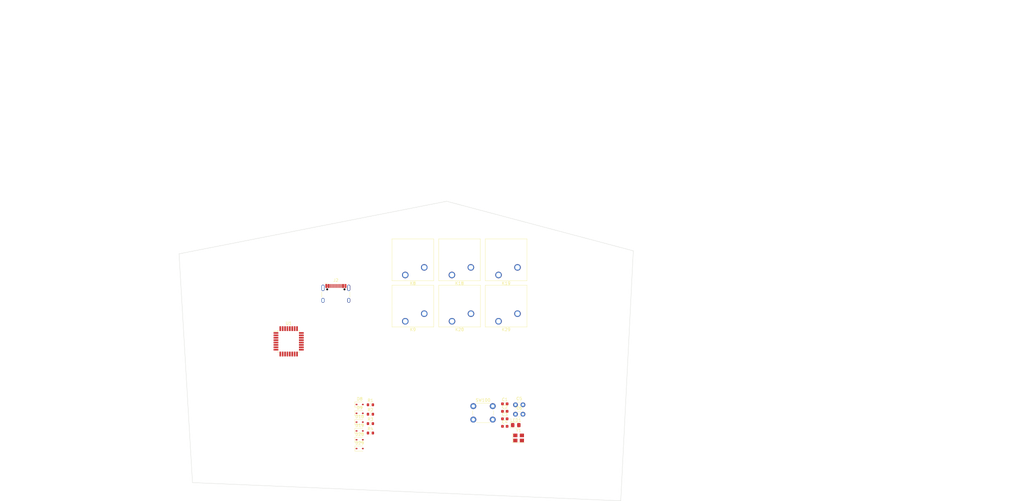
<source format=kicad_pcb>
(kicad_pcb (version 20221018) (generator pcbnew)
  (title_block (title "TMK64 alps keyboard PCB") (date "2018-01-28") (rev "H") (company "TMK, Tokyo JAPAN") (comment 1 "This supports Apple Extended Keyboard, Omnikey, Dell, KBP V60MTS and Infinity layout."))
  (layers (0 "F.Cu" signal) (31 "B.Cu" signal) (34 "B.Paste" user) (35 "F.Paste" user) (36 "B.SilkS" user "B.Silkscreen") (37 "F.SilkS" user "F.Silkscreen") (38 "B.Mask" user) (39 "F.Mask" user) (44 "Edge.Cuts" user))
  (net 0 "")
  (net 1 "/ROW0")
  (net 2 "Net-(D8-A)")
  (net 3 "/ROW1")
  (net 4 "Net-(D9-A)")
  (net 5 "/ROW2")
  (net 6 "Net-(D18-A)")
  (net 7 "Net-(D19-A)")
  (net 8 "Net-(D28-A)")
  (net 9 "Net-(D29-A)")
  (net 10 "/COL0")
  (net 12 "/COL1")
  (net 13 "+5V")
  (net 14 "GND")
  (net 15 "Net-(U1-UCap)")
  (net 16 "Net-(U1-XTAL2)")
  (net 17 "Net-(U1-XTAL1)")
  (net 18 "Net-(LED1-K)")
  (net 19 "Net-(LED1-A)")
  (net 20 "/D-")
  (net 21 "/D-R")
  (net 22 "/D+")
  (net 23 "/D+R")
  (net 24 "Net-(U1-PD7{slash}~{HWB})")
  (net 25 "Net-(U1-~{RESET})")
  (net 40 "/SHILED")
  (footprint "Connector_USB:USB_C_Receptacle_HCTL_HC-TYPE-C-16P-01A" (layer "F.Cu") (at 93.41 82.005)
    (fp_text reference "J2" (at 0 -5.645) (layer "F.SilkS"))
    (fp_text value "USB_C_Receptacle")
    (fp_line (start -4.7 -1.78) (end -4.7 0) (stroke (width 0.12)) (layer "F.SilkS"))
    (fp_line (start -2.8 -4.7) (end -3.6 -4.7) (stroke (width 0.12)) (layer "F.SilkS"))
    (fp_line (start 4.7 -1.78) (end 4.7 0) (stroke (width 0.12)) (layer "F.SilkS"))
    (pad "" np_thru_hole circle (at -2.89 -2.605) (size 0.65 0.65) (drill 0.65) (layers "*.Mask"))
    (pad "" np_thru_hole circle (at 2.89 -2.605) (size 0.65 0.65) (drill 0.65) (layers "*.Mask"))
    (pad "A1" smd roundrect (at -3.2 -3.745) (size 0.6 1.3) (layers "F.Cu" "F.Paste" "F.Mask") (net 14 "GND"))
    (pad "A4" smd roundrect (at -2.4 -3.745) (size 0.6 1.3) (layers "F.Cu" "F.Paste" "F.Mask") (net 13 "+5V"))
    (pad "A5" smd roundrect (at -1.25 -3.745) (size 0.3 1.3) (layers "F.Cu" "F.Paste" "F.Mask"))
    (pad "A6" smd roundrect (at -0.25 -3.745) (size 0.3 1.3) (layers "F.Cu" "F.Paste" "F.Mask") (net 22 "/D+"))
    (pad "A7" smd roundrect (at 0.25 -3.745) (size 0.3 1.3) (layers "F.Cu" "F.Paste" "F.Mask") (net 20 "/D-"))
    (pad "A8" smd roundrect (at 1.25 -3.745) (size 0.3 1.3) (layers "F.Cu" "F.Paste" "F.Mask"))
    (pad "A9" smd roundrect (at 2.4 -3.745) (size 0.6 1.3) (layers "F.Cu" "F.Paste" "F.Mask") (net 13 "+5V"))
    (pad "A12" smd roundrect (at 3.2 -3.745) (size 0.6 1.3) (layers "F.Cu" "F.Paste" "F.Mask") (net 14 "GND"))
    (pad "B1" smd roundrect (at 3.2 -3.745) (size 0.6 1.3) (layers "F.Cu" "F.Paste" "F.Mask") (net 14 "GND"))
    (pad "B4" smd roundrect (at 2.4 -3.745) (size 0.6 1.3) (layers "F.Cu" "F.Paste" "F.Mask") (net 13 "+5V"))
    (pad "B5" smd roundrect (at 1.75 -3.745) (size 0.3 1.3) (layers "F.Cu" "F.Paste" "F.Mask"))
    (pad "B6" smd roundrect (at 0.75 -3.745) (size 0.3 1.3) (layers "F.Cu" "F.Paste" "F.Mask") (net 22 "/D+"))
    (pad "B7" smd roundrect (at -0.75 -3.745) (size 0.3 1.3) (layers "F.Cu" "F.Paste" "F.Mask") (net 20 "/D-"))
    (pad "B8" smd roundrect (at -1.75 -3.745) (size 0.3 1.3) (layers "F.Cu" "F.Paste" "F.Mask"))
    (pad "B9" smd roundrect (at -2.4 -3.745) (size 0.6 1.3) (layers "F.Cu" "F.Paste" "F.Mask") (net 13 "+5V"))
    (pad "B12" smd roundrect (at -3.2 -3.745) (size 0.6 1.3) (layers "F.Cu" "F.Paste" "F.Mask") (net 14 "GND"))
    (pad "S1" thru_hole oval (at -4.32 -3.105) (size 1 2.1) (drill oval 0.6 1.7) (layers "*.Cu" "*.Mask") (net 40 "/SHILED"))
    (pad "S1" thru_hole oval (at -4.32 1.075) (size 1 1.6) (drill oval 0.6 1.2) (layers "*.Cu" "*.Mask") (net 40 "/SHILED"))
    (pad "S1" thru_hole oval (at 4.32 -3.105) (size 1 2.1) (drill oval 0.6 1.7) (layers "*.Cu" "*.Mask") (net 40 "/SHILED"))
    (pad "S1" thru_hole oval (at 4.32 1.075) (size 1 1.6) (drill oval 0.6 1.2) (layers "*.Cu" "*.Mask") (net 40 "/SHILED"))
  )
  (footprint "Diode_SMD:D_SOD-323" (layer "F.Cu") (at 101.385 129.75)
    (fp_text reference "D28" (at 0 -1.85) (layer "F.SilkS"))
    (fp_text value "D")
    (fp_line (start -1.61 -0.85) (end -1.61 0.85) (stroke (width 0.12)) (layer "F.SilkS"))
    (fp_line (start -1.61 -0.85) (end 1.05 -0.85) (stroke (width 0.12)) (layer "F.SilkS"))
    (fp_line (start -1.61 0.85) (end 1.05 0.85) (stroke (width 0.12)) (layer "F.SilkS"))
    (pad "1" smd roundrect (at -1.05 0) (size 0.6 0.45) (layers "F.Cu" "F.Paste" "F.Mask") (net 3 "/ROW1"))
    (pad "2" smd roundrect (at 1.05 0) (size 0.6 0.45) (layers "F.Cu" "F.Paste" "F.Mask") (net 8 "Net-(D28-A)"))
  )
  (footprint "Button_Switch_Keyboard:SW_Cherry_MX_1.00u_PCB" (layer "F.Cu") (at 116.65 74.58 180)
    (fp_text reference "K8" (at -2.54 -2.794) (layer "F.SilkS"))
    (fp_text value "keyboard_parts:KEYSW")
    (fp_line (start -9.525 -1.905) (end 4.445 -1.905) (stroke (width 0.12)) (layer "F.SilkS"))
    (fp_line (start -9.525 12.065) (end -9.525 -1.905) (stroke (width 0.12)) (layer "F.SilkS"))
    (fp_line (start 4.445 -1.905) (end 4.445 12.065) (stroke (width 0.12)) (layer "F.SilkS"))
    (fp_line (start 4.445 12.065) (end -9.525 12.065) (stroke (width 0.12)) (layer "F.SilkS"))
    (pad "" np_thru_hole circle (at -7.62 5.08 180) (size 1.7 1.7) (drill 1.7) (layers "*.Cu" "*.Mask"))
    (pad "" np_thru_hole circle (at -2.54 5.08 180) (size 4 4) (drill 4) (layers "*.Cu" "*.Mask"))
    (pad "" np_thru_hole circle (at 2.54 5.08 180) (size 1.7 1.7) (drill 1.7) (layers "*.Cu" "*.Mask"))
    (pad "1" thru_hole circle (at 0 0 180) (size 2.2 2.2) (drill 1.5) (layers "*.Cu" "*.Mask") (net 10 "/COL0"))
    (pad "2" thru_hole circle (at -6.35 2.54 180) (size 2.2 2.2) (drill 1.5) (layers "*.Cu" "*.Mask") (net 2 "Net-(D8-A)"))
  )
  (footprint "Button_Switch_Keyboard:SW_Cherry_MX_1.00u_PCB" (layer "F.Cu") (at 132.3 90.08 180)
    (fp_text reference "K28" (at -2.54 -2.794) (layer "F.SilkS"))
    (fp_text value "keyboard_parts:KEYSW")
    (fp_line (start -9.525 -1.905) (end 4.445 -1.905) (stroke (width 0.12)) (layer "F.SilkS"))
    (fp_line (start -9.525 12.065) (end -9.525 -1.905) (stroke (width 0.12)) (layer "F.SilkS"))
    (fp_line (start 4.445 -1.905) (end 4.445 12.065) (stroke (width 0.12)) (layer "F.SilkS"))
    (fp_line (start 4.445 12.065) (end -9.525 12.065) (stroke (width 0.12)) (layer "F.SilkS"))
    (pad "" np_thru_hole circle (at -7.62 5.08 180) (size 1.7 1.7) (drill 1.7) (layers "*.Cu" "*.Mask"))
    (pad "" np_thru_hole circle (at -2.54 5.08 180) (size 4 4) (drill 4) (layers "*.Cu" "*.Mask"))
    (pad "" np_thru_hole circle (at 2.54 5.08 180) (size 1.7 1.7) (drill 1.7) (layers "*.Cu" "*.Mask"))
    (pad "1" thru_hole circle (at 0 0 180) (size 2.2 2.2) (drill 1.5) (layers "*.Cu" "*.Mask") (net 12 "/COL1"))
    (pad "2" thru_hole circle (at -6.35 2.54 180) (size 2.2 2.2) (drill 1.5) (layers "*.Cu" "*.Mask") (net 8 "Net-(D28-A)"))
  )
  (footprint "Capacitor_THT:C_Disc_D3.0mm_W1.6mm_P2.50mm" (layer "F.Cu") (at 153.55 118.05)
    (fp_text reference "C5" (at 1.25 -2.05) (layer "F.SilkS"))
    (fp_text value "0.1u")
    (fp_line (start 0.621 -0.92) (end 1.879 -0.92) (stroke (width 0.12)) (layer "F.SilkS"))
    (fp_line (start 0.621 0.92) (end 1.879 0.92) (stroke (width 0.12)) (layer "F.SilkS"))
    (pad "1" thru_hole circle (at 0 0) (size 1.6 1.6) (drill 0.8) (layers "*.Cu" "*.Mask") (net 13 "+5V"))
    (pad "2" thru_hole circle (at 2.5 0) (size 1.6 1.6) (drill 0.8) (layers "*.Cu" "*.Mask") (net 14 "GND"))
  )
  (footprint "Diode_SMD:D_SOD-323" (layer "F.Cu") (at 101.385 120.9)
    (fp_text reference "D9" (at 0 -1.85) (layer "F.SilkS"))
    (fp_text value "D")
    (fp_line (start -1.61 -0.85) (end -1.61 0.85) (stroke (width 0.12)) (layer "F.SilkS"))
    (fp_line (start -1.61 -0.85) (end 1.05 -0.85) (stroke (width 0.12)) (layer "F.SilkS"))
    (fp_line (start -1.61 0.85) (end 1.05 0.85) (stroke (width 0.12)) (layer "F.SilkS"))
    (pad "1" smd roundrect (at -1.05 0) (size 0.6 0.45) (layers "F.Cu" "F.Paste" "F.Mask") (net 3 "/ROW1"))
    (pad "2" smd roundrect (at 1.05 0) (size 0.6 0.45) (layers "F.Cu" "F.Paste" "F.Mask") (net 4 "Net-(D9-A)"))
  )
  (footprint "Package_QFP:TQFP-32_7x7mm_P0.8mm" (layer "F.Cu") (at 77.6 96.8)
    (fp_text reference "U1" (at 0 -6.05) (layer "F.SilkS"))
    (fp_text value "32U2")
    (fp_line (start -3.625 -3.625) (end -3.625 -3.4) (stroke (width 0.15)) (layer "F.SilkS"))
    (fp_line (start -3.625 -3.625) (end -3.3 -3.625) (stroke (width 0.15)) (layer "F.SilkS"))
    (fp_line (start -3.625 -3.4) (end -5.05 -3.4) (stroke (width 0.15)) (layer "F.SilkS"))
    (fp_line (start -3.625 3.625) (end -3.625 3.3) (stroke (width 0.15)) (layer "F.SilkS"))
    (fp_line (start -3.625 3.625) (end -3.3 3.625) (stroke (width 0.15)) (layer "F.SilkS"))
    (fp_line (start 3.625 -3.625) (end 3.3 -3.625) (stroke (width 0.15)) (layer "F.SilkS"))
    (fp_line (start 3.625 -3.625) (end 3.625 -3.3) (stroke (width 0.15)) (layer "F.SilkS"))
    (fp_line (start 3.625 3.625) (end 3.3 3.625) (stroke (width 0.15)) (layer "F.SilkS"))
    (fp_line (start 3.625 3.625) (end 3.625 3.3) (stroke (width 0.15)) (layer "F.SilkS"))
    (pad "1" smd rect (at -4.25 -2.8) (size 1.6 0.55) (layers "F.Cu" "F.Paste" "F.Mask") (net 17 "Net-(U1-XTAL1)"))
    (pad "2" smd rect (at -4.25 -2) (size 1.6 0.55) (layers "F.Cu" "F.Paste" "F.Mask") (net 16 "Net-(U1-XTAL2)"))
    (pad "3" smd rect (at -4.25 -1.2) (size 1.6 0.55) (layers "F.Cu" "F.Paste" "F.Mask") (net 14 "GND"))
    (pad "4" smd rect (at -4.25 -0.4) (size 1.6 0.55) (layers "F.Cu" "F.Paste" "F.Mask") (net 13 "+5V"))
    (pad "5" smd rect (at -4.25 0.4) (size 1.6 0.55) (layers "F.Cu" "F.Paste" "F.Mask"))
    (pad "6" smd rect (at -4.25 1.2) (size 1.6 0.55) (layers "F.Cu" "F.Paste" "F.Mask") (net 1 "/ROW0"))
    (pad "7" smd rect (at -4.25 2) (size 1.6 0.55) (layers "F.Cu" "F.Paste" "F.Mask") (net 3 "/ROW1"))
    (pad "8" smd rect (at -4.25 2.8) (size 1.6 0.55) (layers "F.Cu" "F.Paste" "F.Mask") (net 5 "/ROW2"))
    (pad "9" smd rect (at -2.8 4.25 90) (size 1.6 0.55) (layers "F.Cu" "F.Paste" "F.Mask"))
    (pad "10" smd rect (at -2 4.25 90) (size 1.6 0.55) (layers "F.Cu" "F.Paste" "F.Mask"))
    (pad "11" smd rect (at -1.2 4.25 90) (size 1.6 0.55) (layers "F.Cu" "F.Paste" "F.Mask"))
    (pad "12" smd rect (at -0.4 4.25 90) (size 1.6 0.55) (layers "F.Cu" "F.Paste" "F.Mask"))
    (pad "13" smd rect (at 0.4 4.25 90) (size 1.6 0.55) (layers "F.Cu" "F.Paste" "F.Mask") (net 24 "Net-(U1-PD7{slash}~{HWB})"))
    (pad "14" smd rect (at 1.2 4.25 90) (size 1.6 0.55) (layers "F.Cu" "F.Paste" "F.Mask") (net 10 "/COL0"))
    (pad "15" smd rect (at 2 4.25 90) (size 1.6 0.55) (layers "F.Cu" "F.Paste" "F.Mask") (net 12 "/COL1"))
    (pad "16" smd rect (at 2.8 4.25 90) (size 1.6 0.55) (layers "F.Cu" "F.Paste" "F.Mask"))
    (pad "17" smd rect (at 4.25 2.8) (size 1.6 0.55) (layers "F.Cu" "F.Paste" "F.Mask"))
    (pad "18" smd rect (at 4.25 2) (size 1.6 0.55) (layers "F.Cu" "F.Paste" "F.Mask"))
    (pad "19" smd rect (at 4.25 1.2) (size 1.6 0.55) (layers "F.Cu" "F.Paste" "F.Mask"))
    (pad "20" smd rect (at 4.25 0.4) (size 1.6 0.55) (layers "F.Cu" "F.Paste" "F.Mask"))
    (pad "21" smd rect (at 4.25 -0.4) (size 1.6 0.55) (layers "F.Cu" "F.Paste" "F.Mask"))
    (pad "22" smd rect (at 4.25 -1.2) (size 1.6 0.55) (layers "F.Cu" "F.Paste" "F.Mask"))
    (pad "23" smd rect (at 4.25 -2) (size 1.6 0.55) (layers "F.Cu" "F.Paste" "F.Mask"))
    (pad "24" smd rect (at 4.25 -2.8) (size 1.6 0.55) (layers "F.Cu" "F.Paste" "F.Mask") (net 25 "Net-(U1-~{RESET})"))
    (pad "25" smd rect (at 2.8 -4.25 90) (size 1.6 0.55) (layers "F.Cu" "F.Paste" "F.Mask") (net 18 "Net-(LED1-K)"))
    (pad "26" smd rect (at 2 -4.25 90) (size 1.6 0.55) (layers "F.Cu" "F.Paste" "F.Mask"))
    (pad "27" smd rect (at 1.2 -4.25 90) (size 1.6 0.55) (layers "F.Cu" "F.Paste" "F.Mask") (net 15 "Net-(U1-UCap)"))
    (pad "28" smd rect (at 0.4 -4.25 90) (size 1.6 0.55) (layers "F.Cu" "F.Paste" "F.Mask") (net 14 "GND"))
    (pad "29" smd rect (at -0.4 -4.25 90) (size 1.6 0.55) (layers "F.Cu" "F.Paste" "F.Mask") (net 23 "/D+R"))
    (pad "30" smd rect (at -1.2 -4.25 90) (size 1.6 0.55) (layers "F.Cu" "F.Paste" "F.Mask") (net 21 "/D-R"))
    (pad "31" smd rect (at -2 -4.25 90) (size 1.6 0.55) (layers "F.Cu" "F.Paste" "F.Mask") (net 13 "+5V"))
    (pad "32" smd rect (at -2.8 -4.25 90) (size 1.6 0.55) (layers "F.Cu" "F.Paste" "F.Mask") (net 13 "+5V"))
  )
  (footprint "Capacitor_SMD:C_0603_1608Metric" (layer "F.Cu") (at 149.97 117.73)
    (fp_text reference "C1" (at 0 -1.43) (layer "F.SilkS"))
    (fp_text value "4.7u")
    (fp_line (start -0.14058 -0.51) (end 0.14058 -0.51) (stroke (width 0.12)) (layer "F.SilkS"))
    (fp_line (start -0.14058 0.51) (end 0.14058 0.51) (stroke (width 0.12)) (layer "F.SilkS"))
    (pad "1" smd roundrect (at -0.775 0) (size 0.9 0.95) (layers "F.Cu" "F.Paste" "F.Mask") (net 13 "+5V"))
    (pad "2" smd roundrect (at 0.775 0) (size 0.9 0.95) (layers "F.Cu" "F.Paste" "F.Mask") (net 14 "GND"))
  )
  (footprint "Capacitor_THT:C_Disc_D3.0mm_W1.6mm_P2.50mm" (layer "F.Cu") (at 153.55 121.2)
    (fp_text reference "C6" (at 1.25 -2.05) (layer "F.SilkS"))
    (fp_text value "0.1u")
    (fp_line (start 0.621 -0.92) (end 1.879 -0.92) (stroke (width 0.12)) (layer "F.SilkS"))
    (fp_line (start 0.621 0.92) (end 1.879 0.92) (stroke (width 0.12)) (layer "F.SilkS"))
    (pad "1" thru_hole circle (at 0 0) (size 1.6 1.6) (drill 0.8) (layers "*.Cu" "*.Mask") (net 13 "+5V"))
    (pad "2" thru_hole circle (at 2.5 0) (size 1.6 1.6) (drill 0.8) (layers "*.Cu" "*.Mask") (net 14 "GND"))
  )
  (footprint "Diode_SMD:D_SOD-323" (layer "F.Cu") (at 101.385 126.8)
    (fp_text reference "D19" (at 0 -1.85) (layer "F.SilkS"))
    (fp_text value "D")
    (fp_line (start -1.61 -0.85) (end -1.61 0.85) (stroke (width 0.12)) (layer "F.SilkS"))
    (fp_line (start -1.61 -0.85) (end 1.05 -0.85) (stroke (width 0.12)) (layer "F.SilkS"))
    (fp_line (start -1.61 0.85) (end 1.05 0.85) (stroke (width 0.12)) (layer "F.SilkS"))
    (pad "1" smd roundrect (at -1.05 0) (size 0.6 0.45) (layers "F.Cu" "F.Paste" "F.Mask") (net 1 "/ROW0"))
    (pad "2" smd roundrect (at 1.05 0) (size 0.6 0.45) (layers "F.Cu" "F.Paste" "F.Mask") (net 7 "Net-(D19-A)"))
  )
  (footprint "Resistor_SMD:R_0603_1608Metric" (layer "F.Cu") (at 104.98 124.35)
    (fp_text reference "R3" (at 0 -1.43) (layer "F.SilkS"))
    (fp_text value "1K")
    (fp_line (start -0.237258 -0.5225) (end 0.237258 -0.5225) (stroke (width 0.12)) (layer "F.SilkS"))
    (fp_line (start -0.237258 0.5225) (end 0.237258 0.5225) (stroke (width 0.12)) (layer "F.SilkS"))
    (pad "1" smd roundrect (at -0.825 0) (size 0.8 0.95) (layers "F.Cu" "F.Paste" "F.Mask") (net 24 "Net-(U1-PD7{slash}~{HWB})"))
    (pad "2" smd roundrect (at 0.825 0) (size 0.8 0.95) (layers "F.Cu" "F.Paste" "F.Mask") (net 14 "GND"))
  )
  (footprint "Resistor_SMD:R_0603_1608Metric" (layer "F.Cu") (at 104.98 121.2)
    (fp_text reference "R2" (at 0 -1.43) (layer "F.SilkS"))
    (fp_text value "22")
    (fp_line (start -0.237258 -0.5225) (end 0.237258 -0.5225) (stroke (width 0.12)) (layer "F.SilkS"))
    (fp_line (start -0.237258 0.5225) (end 0.237258 0.5225) (stroke (width 0.12)) (layer "F.SilkS"))
    (pad "1" smd roundrect (at -0.825 0) (size 0.8 0.95) (layers "F.Cu" "F.Paste" "F.Mask") (net 22 "/D+"))
    (pad "2" smd roundrect (at 0.825 0) (size 0.8 0.95) (layers "F.Cu" "F.Paste" "F.Mask") (net 23 "/D+R"))
  )
  (footprint "Diode_SMD:D_SOD-323" (layer "F.Cu") (at 101.385 117.95)
    (fp_text reference "D8" (at 0 -1.85) (layer "F.SilkS"))
    (fp_text value "D")
    (fp_line (start -1.61 -0.85) (end -1.61 0.85) (stroke (width 0.12)) (layer "F.SilkS"))
    (fp_line (start -1.61 -0.85) (end 1.05 -0.85) (stroke (width 0.12)) (layer "F.SilkS"))
    (fp_line (start -1.61 0.85) (end 1.05 0.85) (stroke (width 0.12)) (layer "F.SilkS"))
    (pad "1" smd roundrect (at -1.05 0) (size 0.6 0.45) (layers "F.Cu" "F.Paste" "F.Mask") (net 1 "/ROW0"))
    (pad "2" smd roundrect (at 1.05 0) (size 0.6 0.45) (layers "F.Cu" "F.Paste" "F.Mask") (net 2 "Net-(D8-A)"))
  )
  (footprint "Capacitor_SMD:C_0603_1608Metric" (layer "F.Cu") (at 149.97 125.26)
    (fp_text reference "C4" (at 0 -1.43) (layer "F.SilkS"))
    (fp_text value "10p")
    (fp_line (start -0.14058 -0.51) (end 0.14058 -0.51) (stroke (width 0.12)) (layer "F.SilkS"))
    (fp_line (start -0.14058 0.51) (end 0.14058 0.51) (stroke (width 0.12)) (layer "F.SilkS"))
    (pad "1" smd roundrect (at -0.775 0) (size 0.9 0.95) (layers "F.Cu" "F.Paste" "F.Mask") (net 17 "Net-(U1-XTAL1)"))
    (pad "2" smd roundrect (at 0.775 0) (size 0.9 0.95) (layers "F.Cu" "F.Paste" "F.Mask") (net 14 "GND"))
  )
  (footprint "Resistor_SMD:R_0603_1608Metric" (layer "F.Cu") (at 104.98 118.05)
    (fp_text reference "R1" (at 0 -1.43) (layer "F.SilkS"))
    (fp_text value "22")
    (fp_line (start -0.237258 -0.5225) (end 0.237258 -0.5225) (stroke (width 0.12)) (layer "F.SilkS"))
    (fp_line (start -0.237258 0.5225) (end 0.237258 0.5225) (stroke (width 0.12)) (layer "F.SilkS"))
    (pad "1" smd roundrect (at -0.825 0) (size 0.8 0.95) (layers "F.Cu" "F.Paste" "F.Mask") (net 20 "/D-"))
    (pad "2" smd roundrect (at 0.825 0) (size 0.8 0.95) (layers "F.Cu" "F.Paste" "F.Mask") (net 21 "/D-R"))
  )
  (footprint "Button_Switch_Keyboard:SW_Cherry_MX_1.00u_PCB" (layer "F.Cu") (at 132.265 74.58 180)
    (fp_text reference "K18" (at -2.54 -2.794) (layer "F.SilkS"))
    (fp_text value "keyboard_parts:KEYSW")
    (fp_line (start -9.525 -1.905) (end 4.445 -1.905) (stroke (width 0.12)) (layer "F.SilkS"))
    (fp_line (start -9.525 12.065) (end -9.525 -1.905) (stroke (width 0.12)) (layer "F.SilkS"))
    (fp_line (start 4.445 -1.905) (end 4.445 12.065) (stroke (width 0.12)) (layer "F.SilkS"))
    (fp_line (start 4.445 12.065) (end -9.525 12.065) (stroke (width 0.12)) (layer "F.SilkS"))
    (pad "" np_thru_hole circle (at -7.62 5.08 180) (size 1.7 1.7) (drill 1.7) (layers "*.Cu" "*.Mask"))
    (pad "" np_thru_hole circle (at -2.54 5.08 180) (size 4 4) (drill 4) (layers "*.Cu" "*.Mask"))
    (pad "" np_thru_hole circle (at 2.54 5.08 180) (size 1.7 1.7) (drill 1.7) (layers "*.Cu" "*.Mask"))
    (pad "1" thru_hole circle (at 0 0 180) (size 2.2 2.2) (drill 1.5) (layers "*.Cu" "*.Mask") (net 10 "/COL0"))
    (pad "2" thru_hole circle (at -6.35 2.54 180) (size 2.2 2.2) (drill 1.5) (layers "*.Cu" "*.Mask") (net 6 "Net-(D18-A)"))
  )
  (footprint "Button_Switch_THT:SW_PUSH_6mm" (layer "F.Cu") (at 139.44 118.5)
    (fp_text reference "SW100" (at 3.25 -2) (layer "F.SilkS"))
    (fp_text value "SW_PUSH")
    (fp_line (start -0.25 1.5) (end -0.25 3) (stroke (width 0.12)) (layer "F.SilkS"))
    (fp_line (start 1 5.5) (end 5.5 5.5) (stroke (width 0.12)) (layer "F.SilkS"))
    (fp_line (start 5.5 -1) (end 1 -1) (stroke (width 0.12)) (layer "F.SilkS"))
    (fp_line (start 6.75 3) (end 6.75 1.5) (stroke (width 0.12)) (layer "F.SilkS"))
    (pad "1" thru_hole circle (at 0 0 90) (size 2 2) (drill 1.1) (layers "*.Cu" "*.Mask") (net 25 "Net-(U1-~{RESET})"))
    (pad "1" thru_hole circle (at 6.5 0 90) (size 2 2) (drill 1.1) (layers "*.Cu" "*.Mask") (net 25 "Net-(U1-~{RESET})"))
    (pad "2" thru_hole circle (at 0 4.5 90) (size 2 2) (drill 1.1) (layers "*.Cu" "*.Mask") (net 14 "GND"))
    (pad "2" thru_hole circle (at 6.5 4.5 90) (size 2 2) (drill 1.1) (layers "*.Cu" "*.Mask") (net 14 "GND"))
  )
  (footprint "Capacitor_SMD:C_0603_1608Metric" (layer "F.Cu") (at 149.97 122.75)
    (fp_text reference "C3" (at 0 -1.43) (layer "F.SilkS"))
    (fp_text value "10p")
    (fp_line (start -0.14058 -0.51) (end 0.14058 -0.51) (stroke (width 0.12)) (layer "F.SilkS"))
    (fp_line (start -0.14058 0.51) (end 0.14058 0.51) (stroke (width 0.12)) (layer "F.SilkS"))
    (pad "1" smd roundrect (at -0.775 0) (size 0.9 0.95) (layers "F.Cu" "F.Paste" "F.Mask") (net 16 "Net-(U1-XTAL2)"))
    (pad "2" smd roundrect (at 0.775 0) (size 0.9 0.95) (layers "F.Cu" "F.Paste" "F.Mask") (net 14 "GND"))
  )
  (footprint "Crystal:Crystal_SMD_3225-4Pin_3.2x2.5mm" (layer "F.Cu") (at 154.6 129.15)
    (fp_text reference "Y1" (at 0 -2.45) (layer "F.SilkS"))
    (fp_text value "Crystal_GND24")
    (fp_line (start -2 -1.65) (end -2 1.65) (stroke (width 0.12)) (layer "F.SilkS"))
    (fp_line (start -2 1.65) (end 2 1.65) (stroke (width 0.12)) (layer "F.SilkS"))
    (pad "1" smd rect (at -1.1 0.85) (size 1.4 1.2) (layers "F.Cu" "F.Paste" "F.Mask") (net 17 "Net-(U1-XTAL1)"))
    (pad "2" smd rect (at 1.1 0.85) (size 1.4 1.2) (layers "F.Cu" "F.Paste" "F.Mask") (net 14 "GND"))
    (pad "3" smd rect (at 1.1 -0.85) (size 1.4 1.2) (layers "F.Cu" "F.Paste" "F.Mask") (net 16 "Net-(U1-XTAL2)"))
    (pad "4" smd rect (at -1.1 -0.85) (size 1.4 1.2) (layers "F.Cu" "F.Paste" "F.Mask") (net 14 "GND"))
  )
  (footprint "Diode_SMD:D_SOD-323" (layer "F.Cu") (at 101.385 123.85)
    (fp_text reference "D18" (at 0 -1.85) (layer "F.SilkS"))
    (fp_text value "D")
    (fp_line (start -1.61 -0.85) (end -1.61 0.85) (stroke (width 0.12)) (layer "F.SilkS"))
    (fp_line (start -1.61 -0.85) (end 1.05 -0.85) (stroke (width 0.12)) (layer "F.SilkS"))
    (fp_line (start -1.61 0.85) (end 1.05 0.85) (stroke (width 0.12)) (layer "F.SilkS"))
    (pad "1" smd roundrect (at -1.05 0) (size 0.6 0.45) (layers "F.Cu" "F.Paste" "F.Mask") (net 5 "/ROW2"))
    (pad "2" smd roundrect (at 1.05 0) (size 0.6 0.45) (layers "F.Cu" "F.Paste" "F.Mask") (net 6 "Net-(D18-A)"))
  )
  (footprint "Diode_SMD:D_SOD-323" (layer "F.Cu") (at 101.385 132.7)
    (fp_text reference "D29" (at 0 -1.85) (layer "F.SilkS"))
    (fp_text value "D")
    (fp_line (start -1.61 -0.85) (end -1.61 0.85) (stroke (width 0.12)) (layer "F.SilkS"))
    (fp_line (start -1.61 -0.85) (end 1.05 -0.85) (stroke (width 0.12)) (layer "F.SilkS"))
    (fp_line (start -1.61 0.85) (end 1.05 0.85) (stroke (width 0.12)) (layer "F.SilkS"))
    (pad "1" smd roundrect (at -1.05 0) (size 0.6 0.45) (layers "F.Cu" "F.Paste" "F.Mask") (net 5 "/ROW2"))
    (pad "2" smd roundrect (at 1.05 0) (size 0.6 0.45) (layers "F.Cu" "F.Paste" "F.Mask") (net 9 "Net-(D29-A)"))
  )
  (footprint "Button_Switch_Keyboard:SW_Cherry_MX_1.00u_PCB" (layer "F.Cu") (at 147.88 90.08 180)
    (fp_text reference "K29" (at -2.54 -2.794) (layer "F.SilkS"))
    (fp_text value "keyboard_parts:KEYSW")
    (fp_line (start -9.525 -1.905) (end 4.445 -1.905) (stroke (width 0.12)) (layer "F.SilkS"))
    (fp_line (start -9.525 12.065) (end -9.525 -1.905) (stroke (width 0.12)) (layer "F.SilkS"))
    (fp_line (start 4.445 -1.905) (end 4.445 12.065) (stroke (width 0.12)) (layer "F.SilkS"))
    (fp_line (start 4.445 12.065) (end -9.525 12.065) (stroke (width 0.12)) (layer "F.SilkS"))
    (pad "" np_thru_hole circle (at -7.62 5.08 180) (size 1.7 1.7) (drill 1.7) (layers "*.Cu" "*.Mask"))
    (pad "" np_thru_hole circle (at -2.54 5.08 180) (size 4 4) (drill 4) (layers "*.Cu" "*.Mask"))
    (pad "" np_thru_hole circle (at 2.54 5.08 180) (size 1.7 1.7) (drill 1.7) (layers "*.Cu" "*.Mask"))
    (pad "1" thru_hole circle (at 0 0 180) (size 2.2 2.2) (drill 1.5) (layers "*.Cu" "*.Mask") (net 12 "/COL1"))
    (pad "2" thru_hole circle (at -6.35 2.54 180) (size 2.2 2.2) (drill 1.5) (layers "*.Cu" "*.Mask") (net 9 "Net-(D29-A)"))
  )
  (footprint "Button_Switch_Keyboard:SW_Cherry_MX_1.00u_PCB" (layer "F.Cu") (at 147.88 74.58 180)
    (fp_text reference "K19" (at -2.54 -2.794) (layer "F.SilkS"))
    (fp_text value "keyboard_parts:KEYSW")
    (fp_line (start -9.525 -1.905) (end 4.445 -1.905) (stroke (width 0.12)) (layer "F.SilkS"))
    (fp_line (start -9.525 12.065) (end -9.525 -1.905) (stroke (width 0.12)) (layer "F.SilkS"))
    (fp_line (start 4.445 -1.905) (end 4.445 12.065) (stroke (width 0.12)) (layer "F.SilkS"))
    (fp_line (start 4.445 12.065) (end -9.525 12.065) (stroke (width 0.12)) (layer "F.SilkS"))
    (pad "" np_thru_hole circle (at -7.62 5.08 180) (size 1.7 1.7) (drill 1.7) (layers "*.Cu" "*.Mask"))
    (pad "" np_thru_hole circle (at -2.54 5.08 180) (size 4 4) (drill 4) (layers "*.Cu" "*.Mask"))
    (pad "" np_thru_hole circle (at 2.54 5.08 180) (size 1.7 1.7) (drill 1.7) (layers "*.Cu" "*.Mask"))
    (pad "1" thru_hole circle (at 0 0 180) (size 2.2 2.2) (drill 1.5) (layers "*.Cu" "*.Mask") (net 12 "/COL1"))
    (pad "2" thru_hole circle (at -6.35 2.54 180) (size 2.2 2.2) (drill 1.5) (layers "*.Cu" "*.Mask") (net 7 "Net-(D19-A)"))
  )
  (footprint "LED_SMD:LED_0805_2012Metric_Pad1.15x1.40mm_HandSolder" (layer "F.Cu") (at 153.65 124.85)
    (fp_text reference "LED1" (at 0 -1.65) (layer "F.SilkS"))
    (fp_text value "LED")
    (fp_line (start -1.86 -0.96) (end -1.86 0.96) (stroke (width 0.12)) (layer "F.SilkS"))
    (fp_line (start -1.86 0.96) (end 1 0.96) (stroke (width 0.12)) (layer "F.SilkS"))
    (fp_line (start 1 -0.96) (end -1.86 -0.96) (stroke (width 0.12)) (layer "F.SilkS"))
    (pad "1" smd roundrect (at -1.025 0) (size 1.15 1.4) (layers "F.Cu" "F.Paste" "F.Mask") (roundrect_rratio 0.217391) (net 18 "Net-(LED1-K)"))
    (pad "2" smd roundrect (at 1.025 0) (size 1.15 1.4) (layers "F.Cu" "F.Paste" "F.Mask") (roundrect_rratio 0.217391) (net 19 "Net-(LED1-A)"))
  )
  (footprint "Capacitor_SMD:C_0603_1608Metric" (layer "F.Cu") (at 149.97 120.24)
    (fp_text reference "C2" (at 0 -1.43) (layer "F.SilkS"))
    (fp_text value "1u")
    (fp_line (start -0.14058 -0.51) (end 0.14058 -0.51) (stroke (width 0.12)) (layer "F.SilkS"))
    (fp_line (start -0.14058 0.51) (end 0.14058 0.51) (stroke (width 0.12)) (layer "F.SilkS"))
    (pad "1" smd roundrect (at -0.775 0) (size 0.9 0.95) (layers "F.Cu" "F.Paste" "F.Mask") (net 15 "Net-(U1-UCap)"))
    (pad "2" smd roundrect (at 0.775 0) (size 0.9 0.95) (layers "F.Cu" "F.Paste" "F.Mask") (net 14 "GND"))
  )
  (footprint "Resistor_SMD:R_0603_1608Metric" (layer "F.Cu") (at 104.98 127.5)
    (fp_text reference "R4" (at 0 -1.43) (layer "F.SilkS"))
    (fp_text value "1.5K")
    (fp_line (start -0.237258 -0.5225) (end 0.237258 -0.5225) (stroke (width 0.12)) (layer "F.SilkS"))
    (fp_line (start -0.237258 0.5225) (end 0.237258 0.5225) (stroke (width 0.12)) (layer "F.SilkS"))
    (pad "1" smd roundrect (at -0.825 0) (size 0.8 0.95) (layers "F.Cu" "F.Paste" "F.Mask") (net 19 "Net-(LED1-A)"))
    (pad "2" smd roundrect (at 0.825 0) (size 0.8 0.95) (layers "F.Cu" "F.Paste" "F.Mask") (net 14 "GND"))
  )
  (footprint "Button_Switch_Keyboard:SW_Cherry_MX_1.00u_PCB" (layer "F.Cu") (at 116.65 90.08 180)
    (fp_text reference "K9" (at -2.54 -2.794) (layer "F.SilkS"))
    (fp_text value "keyboard_parts:KEYSW")
    (fp_line (start -9.525 -1.905) (end 4.445 -1.905) (stroke (width 0.12)) (layer "F.SilkS"))
    (fp_line (start -9.525 12.065) (end -9.525 -1.905) (stroke (width 0.12)) (layer "F.SilkS"))
    (fp_line (start 4.445 -1.905) (end 4.445 12.065) (stroke (width 0.12)) (layer "F.SilkS"))
    (fp_line (start 4.445 12.065) (end -9.525 12.065) (stroke (width 0.12)) (layer "F.SilkS"))
    (pad "" np_thru_hole circle (at -7.62 5.08 180) (size 1.7 1.7) (drill 1.7) (layers "*.Cu" "*.Mask"))
    (pad "" np_thru_hole circle (at -2.54 5.08 180) (size 4 4) (drill 4) (layers "*.Cu" "*.Mask"))
    (pad "" np_thru_hole circle (at 2.54 5.08 180) (size 1.7 1.7) (drill 1.7) (layers "*.Cu" "*.Mask"))
    (pad "1" thru_hole circle (at 0 0 180) (size 2.2 2.2) (drill 1.5) (layers "*.Cu" "*.Mask"))
    (pad "2" thru_hole circle (at -6.35 2.54 180) (size 2.2 2.2) (drill 1.5) (layers "*.Cu" "*.Mask") (net 4 "Net-(D9-A)"))
  )
  (gr_line (start 193 66.5) (end 188.8 150.2) (stroke (width 0.1)) (layer "Edge.Cuts"))
  (gr_line (start 45.4 144.1) (end 40.9 67.5) (stroke (width 0.1)) (layer "Edge.Cuts"))
  (gr_line (start 193 66.5) (end 130.5 49.9) (stroke (width 0.1)) (layer "Edge.Cuts"))
  (gr_line (start 188.8 150.2) (end 45.4 144.1) (stroke (width 0.1)) (layer "Edge.Cuts"))
  (gr_line (start 130.5 49.9) (end 40.9 67.5) (stroke (width 0.1)) (layer "Edge.Cuts"))
)
</source>
